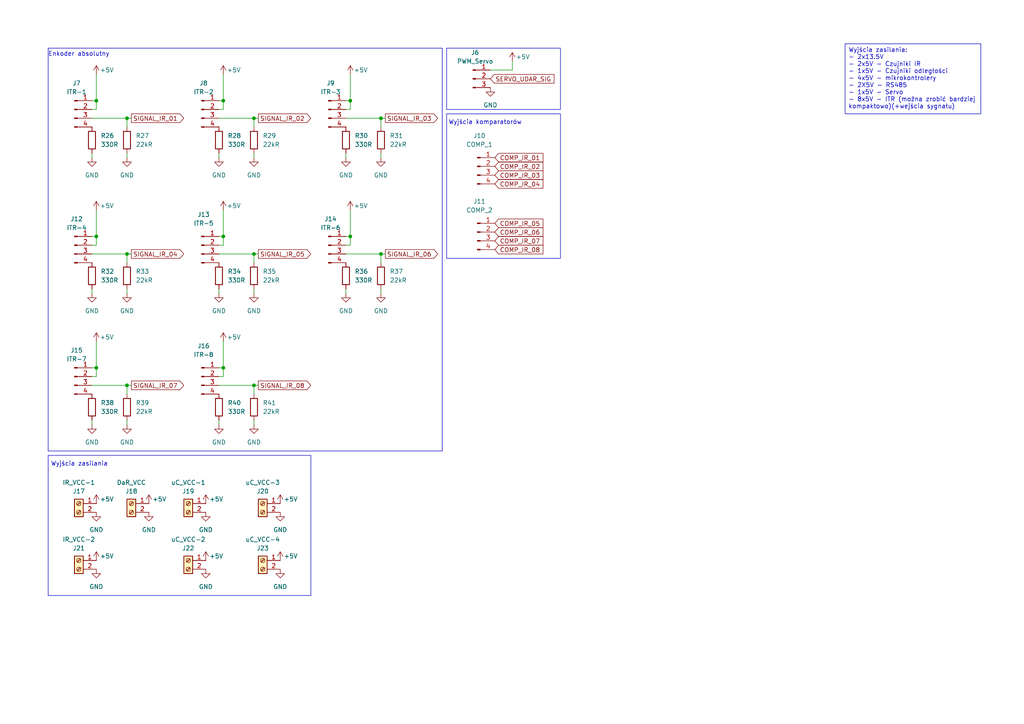
<source format=kicad_sch>
(kicad_sch (version 20231120) (generator "eeschema") (generator_version "8.0")
  (paper "A4")
  (lib_symbols
    (symbol "Connector:Conn_01x03_Pin" (pin_names (offset 1.016) hide)
      (property "Reference" "J" (at 0 5.08 0))
      (property "Value" "Conn_01x03_Pin" (at 0 -5.08 0))
      (symbol "Conn_01x03_Pin_1_1"
        (polyline (pts (xy 1.27 -2.54) (xy 0.8636 -2.54)) (stroke (width 0.1524)))
        (polyline (pts (xy 1.27 0) (xy 0.8636 0)) (stroke (width 0.1524)))
        (polyline (pts (xy 1.27 2.54) (xy 0.8636 2.54)) (stroke (width 0.1524)))
        (rectangle (start 0.8636 -2.413) (end 0 -2.667) (stroke (width 0.1524)) (fill (type outline)))
        (rectangle (start 0.8636 0.127) (end 0 -0.127) (stroke (width 0.1524)) (fill (type outline)))
        (rectangle (start 0.8636 2.667) (end 0 2.413) (stroke (width 0.1524)) (fill (type outline)))
        (pin passive line (at 5.08 2.54 180) (length 3.81) (name "Pin_1") (number "1"))
        (pin passive line (at 5.08 0 180) (length 3.81) (name "Pin_2") (number "2"))
        (pin passive line (at 5.08 -2.54 180) (length 3.81) (name "Pin_3") (number "3"))
      )
    )
    (symbol "Connector:Conn_01x04_Pin" (pin_names (offset 1.016) hide)
      (property "Reference" "J" (at 0 5.08 0))
      (property "Value" "Conn_01x04_Pin" (at 0 -7.62 0))
      (symbol "Conn_01x04_Pin_1_1"
        (polyline (pts (xy 1.27 -5.08) (xy 0.8636 -5.08)) (stroke (width 0.1524)))
        (polyline (pts (xy 1.27 -2.54) (xy 0.8636 -2.54)) (stroke (width 0.1524)))
        (polyline (pts (xy 1.27 0) (xy 0.8636 0)) (stroke (width 0.1524)))
        (polyline (pts (xy 1.27 2.54) (xy 0.8636 2.54)) (stroke (width 0.1524)))
        (rectangle (start 0.8636 -4.953) (end 0 -5.207) (stroke (width 0.1524)) (fill (type outline)))
        (rectangle (start 0.8636 -2.413) (end 0 -2.667) (stroke (width 0.1524)) (fill (type outline)))
        (rectangle (start 0.8636 0.127) (end 0 -0.127) (stroke (width 0.1524)) (fill (type outline)))
        (rectangle (start 0.8636 2.667) (end 0 2.413) (stroke (width 0.1524)) (fill (type outline)))
        (pin passive line (at 5.08 2.54 180) (length 3.81) (name "Pin_1") (number "1"))
        (pin passive line (at 5.08 0 180) (length 3.81) (name "Pin_2") (number "2"))
        (pin passive line (at 5.08 -2.54 180) (length 3.81) (name "Pin_3") (number "3"))
        (pin passive line (at 5.08 -5.08 180) (length 3.81) (name "Pin_4") (number "4"))
      )
    )
    (symbol "Connector:Screw_Terminal_01x02" (pin_names (offset 1.016) hide)
      (property "Reference" "J" (at 0 2.54 0))
      (property "Value" "Screw_Terminal_01x02" (at 0 -5.08 0))
      (symbol "Screw_Terminal_01x02_1_1"
        (rectangle (start -1.27 1.27) (end 1.27 -3.81) (stroke (width 0.254)) (fill (type background)))
        (circle (center 0 -2.54) (radius 0.635) (stroke (width 0.1524)))
        (polyline (pts (xy -0.5334 -2.2098) (xy 0.3302 -3.048)) (stroke (width 0.1524)))
        (polyline (pts (xy -0.5334 0.3302) (xy 0.3302 -0.508)) (stroke (width 0.1524)))
        (polyline (pts (xy -0.3556 -2.032) (xy 0.508 -2.8702)) (stroke (width 0.1524)))
        (polyline (pts (xy -0.3556 0.508) (xy 0.508 -0.3302)) (stroke (width 0.1524)))
        (circle (center 0 0) (radius 0.635) (stroke (width 0.1524)))
        (pin passive line (at -5.08 0 0) (length 3.81) (name "Pin_1") (number "1"))
        (pin passive line (at -5.08 -2.54 0) (length 3.81) (name "Pin_2") (number "2"))
      )
    )
    (symbol "Device:R" (pin_numbers hide) (pin_names (offset 0))
      (property "Reference" "R" (at 2.032 0 90))
      (property "Value" "R" (at 0 0 90))
      (symbol "R_0_1"
        (rectangle (start -1.016 -2.54) (end 1.016 2.54) (stroke (width 0.254)))
      )
      (symbol "R_1_1"
        (pin passive line (at 0 3.81 270) (length 1.27) (name "~") (number "1"))
        (pin passive line (at 0 -3.81 90) (length 1.27) (name "~") (number "2"))
      )
    )
    (symbol "power:+5V" (power) (pin_numbers hide) (pin_names (offset 0) hide)
      (property "Value" "+5V" (at 0 3.556 0))
      (symbol "+5V_0_1"
        (polyline (pts (xy -0.762 1.27) (xy 0 2.54)))
        (polyline (pts (xy 0 0) (xy 0 2.54)))
        (polyline (pts (xy 0 2.54) (xy 0.762 1.27)))
      )
      (symbol "+5V_1_1"
        (pin power_in line (at 0 0 90) (length 0) (name "~") (number "1"))
      )
    )
    (symbol "power:GND" (power) (pin_names (offset 0))
      (property "Value" "GND" (at 0 -3.81 0))
      (symbol "GND_0_1"
        (polyline (pts (xy 0 0) (xy 0 -1.27) (xy 1.27 -1.27) (xy 0 -2.54) (xy -1.27 -1.27) (xy 0 -1.27)))
      )
      (symbol "GND_1_1"
        (pin power_in line (at 0 0 270) (length 0) hide (name "GND") (number "1"))
      )
    )
  )
  (junction (at 27.94 29.21))
  (junction (at 73.66 73.66))
  (junction (at 36.83 34.29))
  (junction (at 101.6 29.21))
  (junction (at 27.94 68.58))
  (junction (at 64.77 106.68))
  (junction (at 73.66 111.76))
  (junction (at 73.66 34.29))
  (junction (at 64.77 68.58))
  (junction (at 64.77 29.21))
  (junction (at 110.49 73.66))
  (junction (at 36.83 111.76))
  (junction (at 110.49 34.29))
  (junction (at 27.94 106.68))
  (junction (at 101.6 68.58))
  (junction (at 36.83 73.66))
  (wire (pts (xy 63.5 109.22) (xy 64.77 109.22)))
  (wire (pts (xy 73.66 83.82) (xy 73.66 85.09)))
  (wire (pts (xy 73.66 34.29) (xy 73.66 36.83)))
  (wire (pts (xy 26.67 31.75) (xy 27.94 31.75)))
  (wire (pts (xy 73.66 44.45) (xy 73.66 45.72)))
  (wire (pts (xy 63.5 29.21) (xy 64.77 29.21)))
  (wire (pts (xy 36.83 73.66) (xy 36.83 76.2)))
  (wire (pts (xy 101.6 31.75) (xy 101.6 29.21)))
  (wire (pts (xy 148.59 17.78) (xy 148.59 20.32)))
  (wire (pts (xy 63.5 121.92) (xy 63.5 123.19)))
  (wire (pts (xy 100.33 31.75) (xy 101.6 31.75)))
  (wire (pts (xy 63.5 71.12) (xy 64.77 71.12)))
  (wire (pts (xy 110.49 83.82) (xy 110.49 85.09)))
  (wire (pts (xy 36.83 34.29) (xy 36.83 36.83)))
  (wire (pts (xy 63.5 31.75) (xy 64.77 31.75)))
  (wire (pts (xy 73.66 73.66) (xy 63.5 73.66)))
  (wire (pts (xy 73.66 111.76) (xy 63.5 111.76)))
  (wire (pts (xy 36.83 73.66) (xy 26.67 73.66)))
  (wire (pts (xy 27.94 106.68) (xy 27.94 99.06)))
  (wire (pts (xy 110.49 73.66) (xy 110.49 76.2)))
  (wire (pts (xy 26.67 109.22) (xy 27.94 109.22)))
  (wire (pts (xy 73.66 111.76) (xy 74.93 111.76)))
  (wire (pts (xy 36.83 111.76) (xy 26.67 111.76)))
  (wire (pts (xy 110.49 34.29) (xy 100.33 34.29)))
  (wire (pts (xy 36.83 121.92) (xy 36.83 123.19)))
  (wire (pts (xy 36.83 34.29) (xy 38.1 34.29)))
  (wire (pts (xy 27.94 68.58) (xy 27.94 60.96)))
  (wire (pts (xy 110.49 34.29) (xy 110.49 36.83)))
  (wire (pts (xy 100.33 44.45) (xy 100.33 45.72)))
  (wire (pts (xy 100.33 29.21) (xy 101.6 29.21)))
  (wire (pts (xy 73.66 73.66) (xy 73.66 76.2)))
  (wire (pts (xy 64.77 109.22) (xy 64.77 106.68)))
  (wire (pts (xy 63.5 106.68) (xy 64.77 106.68)))
  (wire (pts (xy 64.77 29.21) (xy 64.77 21.59)))
  (wire (pts (xy 36.83 111.76) (xy 38.1 111.76)))
  (wire (pts (xy 36.83 34.29) (xy 26.67 34.29)))
  (wire (pts (xy 110.49 73.66) (xy 111.76 73.66)))
  (wire (pts (xy 27.94 29.21) (xy 27.94 21.59)))
  (wire (pts (xy 36.83 73.66) (xy 38.1 73.66)))
  (wire (pts (xy 73.66 34.29) (xy 63.5 34.29)))
  (wire (pts (xy 101.6 29.21) (xy 101.6 21.59)))
  (wire (pts (xy 64.77 68.58) (xy 64.77 71.12)))
  (wire (pts (xy 26.67 68.58) (xy 27.94 68.58)))
  (wire (pts (xy 110.49 34.29) (xy 111.76 34.29)))
  (wire (pts (xy 64.77 106.68) (xy 64.77 99.06)))
  (wire (pts (xy 63.5 83.82) (xy 63.5 85.09)))
  (wire (pts (xy 64.77 31.75) (xy 64.77 29.21)))
  (wire (pts (xy 27.94 31.75) (xy 27.94 29.21)))
  (wire (pts (xy 101.6 71.12) (xy 101.6 68.58)))
  (wire (pts (xy 100.33 71.12) (xy 101.6 71.12)))
  (wire (pts (xy 26.67 106.68) (xy 27.94 106.68)))
  (wire (pts (xy 63.5 44.45) (xy 63.5 45.72)))
  (wire (pts (xy 110.49 73.66) (xy 100.33 73.66)))
  (wire (pts (xy 36.83 111.76) (xy 36.83 114.3)))
  (wire (pts (xy 63.5 68.58) (xy 64.77 68.58)))
  (wire (pts (xy 26.67 29.21) (xy 27.94 29.21)))
  (wire (pts (xy 148.59 20.32) (xy 142.24 20.32)))
  (wire (pts (xy 27.94 71.12) (xy 27.94 68.58)))
  (wire (pts (xy 36.83 83.82) (xy 36.83 85.09)))
  (wire (pts (xy 27.94 109.22) (xy 27.94 106.68)))
  (wire (pts (xy 26.67 83.82) (xy 26.67 85.09)))
  (wire (pts (xy 100.33 68.58) (xy 101.6 68.58)))
  (wire (pts (xy 26.67 121.92) (xy 26.67 123.19)))
  (wire (pts (xy 73.66 111.76) (xy 73.66 114.3)))
  (wire (pts (xy 73.66 73.66) (xy 74.93 73.66)))
  (wire (pts (xy 73.66 34.29) (xy 74.93 34.29)))
  (wire (pts (xy 64.77 60.96) (xy 64.77 68.58)))
  (wire (pts (xy 26.67 71.12) (xy 27.94 71.12)))
  (wire (pts (xy 36.83 44.45) (xy 36.83 45.72)))
  (wire (pts (xy 26.67 44.45) (xy 26.67 45.72)))
  (wire (pts (xy 110.49 44.45) (xy 110.49 45.72)))
  (wire (pts (xy 101.6 68.58) (xy 101.6 60.96)))
  (wire (pts (xy 100.33 83.82) (xy 100.33 85.09)))
  (wire (pts (xy 73.66 121.92) (xy 73.66 123.19)))
  (rectangle (start 129.54 13.97) (end 162.56 31.75))
  (rectangle (start 129.54 33.02) (end 162.56 74.93))
  (rectangle (start 13.97 13.97) (end 128.27 130.81))
  (rectangle (start 13.97 132.08) (end 90.17 172.72))
  (text_box "Wyjścia zasilania:\n- 2x13.5V\n- 2x5V - Czujniki IR\n- 1x5V - Czujniki odległości\n- 4x5V - mikrokontrolery\n- 2X5V - RS485\n- 1x5V - Servo\n- 8x5V - ITR (można zrobić bardziej kompaktowo)(+wejścia sygnału)\n" (at 245.11 12.7 0) (size 39.37 20.32) (effects (font (size 1.27 1.27)) (justify left top)))
  (text "Wyjścia zasilania" (at 14.732 135.382 0) (effects (font (size 1.27 1.27)) (justify left bottom)))
  (text "Wyjścia komparatorów" (at 140.716 35.56 0) (effects (font (size 1.27 1.27))))
  (text "Enkoder absolutny" (at 13.97 16.51 0) (effects (font (size 1.27 1.27)) (justify left bottom)))
  (global_label "COMP_IR_05" (shape input) (at 143.51 64.77 0) (property "Intersheetrefs" "${INTERSHEET_REFS}" (effects (hide yes))))
  (global_label "COMP_IR_08" (shape input) (at 143.51 72.39 0) (property "Intersheetrefs" "${INTERSHEET_REFS}" (effects (hide yes))))
  (global_label "COMP_IR_03" (shape input) (at 143.51 50.8 0) (property "Intersheetrefs" "${INTERSHEET_REFS}" (effects (hide yes))))
  (global_label "SIGNAL_IR_08" (shape output) (at 74.93 111.76 0) (property "Intersheetrefs" "${INTERSHEET_REFS}" (effects (hide yes))))
  (global_label "COMP_IR_04" (shape input) (at 143.51 53.34 0) (property "Intersheetrefs" "${INTERSHEET_REFS}" (effects (hide yes))))
  (global_label "SIGNAL_IR_04" (shape output) (at 38.1 73.66 0) (property "Intersheetrefs" "${INTERSHEET_REFS}" (effects (hide yes))))
  (global_label "SIGNAL_IR_03" (shape output) (at 111.76 34.29 0) (property "Intersheetrefs" "${INTERSHEET_REFS}" (effects (hide yes))))
  (global_label "SERVO_UDAR_SIG" (shape input) (at 142.24 22.86 0) (property "Intersheetrefs" "${INTERSHEET_REFS}" (effects (hide yes))))
  (global_label "SIGNAL_IR_05" (shape output) (at 74.93 73.66 0) (property "Intersheetrefs" "${INTERSHEET_REFS}" (effects (hide yes))))
  (global_label "SIGNAL_IR_02" (shape output) (at 74.93 34.29 0) (property "Intersheetrefs" "${INTERSHEET_REFS}" (effects (hide yes))))
  (global_label "COMP_IR_06" (shape input) (at 143.51 67.31 0) (property "Intersheetrefs" "${INTERSHEET_REFS}" (effects (hide yes))))
  (global_label "COMP_IR_02" (shape input) (at 143.51 48.26 0) (property "Intersheetrefs" "${INTERSHEET_REFS}" (effects (hide yes))))
  (global_label "SIGNAL_IR_01" (shape output) (at 38.1 34.29 0) (property "Intersheetrefs" "${INTERSHEET_REFS}" (effects (hide yes))))
  (global_label "COMP_IR_01" (shape input) (at 143.51 45.72 0) (property "Intersheetrefs" "${INTERSHEET_REFS}" (effects (hide yes))))
  (global_label "COMP_IR_07" (shape input) (at 143.51 69.85 0) (property "Intersheetrefs" "${INTERSHEET_REFS}" (effects (hide yes))))
  (global_label "SIGNAL_IR_07" (shape output) (at 38.1 111.76 0) (property "Intersheetrefs" "${INTERSHEET_REFS}" (effects (hide yes))))
  (global_label "SIGNAL_IR_06" (shape output) (at 111.76 73.66 0) (property "Intersheetrefs" "${INTERSHEET_REFS}" (effects (hide yes))))
  (symbol (lib_id "power:+5V") (at 148.59 17.78 0) (unit 1)
    (property "Reference" "#PWR038" (effects (hide yes)))
    (property "Value" "+5V" (at 151.638 16.51 0))
    (property "Description" "Power symbol creates a global label with name \"+5V\"" (effects (hide yes)))
  )
  (symbol (lib_id "power:GND") (at 110.49 45.72 0) (unit 1)
    (property "Reference" "#PWR048" (effects (hide yes)))
    (property "Value" "GND" (at 110.49 50.8 0))
  )
  (symbol (lib_id "Connector:Screw_Terminal_01x02") (at 54.61 146.05 0) (mirror y) (unit 1)
    (property "Reference" "J19" (at 54.61 142.494 0))
    (property "Value" "uC_VCC-1" (at 54.61 139.954 0))
    (property "Footprint" "User_defined_footprints:ARK 01x02 5mm" (effects (hide yes)))
    (property "Description" "Generic screw terminal, single row, 01x02, script generated (kicad-library-utils/schlib/autogen/connector/)" (effects (hide yes)))
  )
  (symbol (lib_id "power:GND") (at 26.67 45.72 0) (unit 1)
    (property "Reference" "#PWR043" (effects (hide yes)))
    (property "Value" "GND" (at 26.67 50.8 0))
  )
  (symbol (lib_id "power:GND") (at 63.5 85.09 0) (unit 1)
    (property "Reference" "#PWR054" (effects (hide yes)))
    (property "Value" "GND" (at 63.5 90.17 0))
  )
  (symbol (lib_id "Device:R") (at 26.67 118.11 0) (unit 1)
    (property "Reference" "R38" (at 29.21 116.84 0) (effects (justify left)))
    (property "Value" "330R" (at 29.21 119.38 0) (effects (justify left)))
    (property "Footprint" "Resistor_SMD:R_0603_1608Metric_Pad0.98x0.95mm_HandSolder" (effects (hide yes)))
  )
  (symbol (lib_id "Connector:Conn_01x04_Pin") (at 138.43 48.26 0) (unit 1)
    (property "Reference" "J10" (at 139.065 39.37 0))
    (property "Value" "COMP_1" (at 139.065 41.91 0))
    (property "Footprint" "Connector_Molex:Molex_SPOX_5267-04A_1x04_P2.50mm_Vertical" (effects (hide yes)))
    (property "Description" "Generic connector, single row, 01x04, script generated" (effects (hide yes)))
  )
  (symbol (lib_id "power:GND") (at 43.18 148.59 0) (unit 1)
    (property "Reference" "#PWR069" (effects (hide yes)))
    (property "Value" "GND" (at 43.18 153.67 0))
  )
  (symbol (lib_id "Device:R") (at 110.49 40.64 0) (unit 1)
    (property "Reference" "R31" (at 113.03 39.37 0) (effects (justify left)))
    (property "Value" "22kR" (at 113.03 41.91 0) (effects (justify left)))
    (property "Footprint" "Resistor_SMD:R_0603_1608Metric_Pad0.98x0.95mm_HandSolder" (effects (hide yes)))
  )
  (symbol (lib_id "Device:R") (at 73.66 118.11 0) (unit 1)
    (property "Reference" "R41" (at 76.2 116.84 0) (effects (justify left)))
    (property "Value" "22kR" (at 76.2 119.38 0) (effects (justify left)))
    (property "Footprint" "Resistor_SMD:R_0603_1608Metric_Pad0.98x0.95mm_HandSolder" (effects (hide yes)))
  )
  (symbol (lib_id "power:+5V") (at 81.28 146.05 0) (unit 1)
    (property "Reference" "#PWR067" (effects (hide yes)))
    (property "Value" "+5V" (at 84.328 144.78 0))
    (property "Description" "Power symbol creates a global label with name \"+5V\"" (effects (hide yes)))
  )
  (symbol (lib_id "power:+5V") (at 27.94 99.06 0) (unit 1)
    (property "Reference" "#PWR058" (effects (hide yes)))
    (property "Value" "+5V" (at 30.988 97.79 0))
    (property "Description" "Power symbol creates a global label with name \"+5V\"" (effects (hide yes)))
  )
  (symbol (lib_id "power:GND") (at 142.24 25.4 0) (unit 1)
    (property "Reference" "#PWR042" (effects (hide yes)))
    (property "Value" "GND" (at 142.24 30.48 0))
  )
  (symbol (lib_id "power:+5V") (at 81.28 162.56 0) (unit 1)
    (property "Reference" "#PWR074" (effects (hide yes)))
    (property "Value" "+5V" (at 84.328 161.29 0))
    (property "Description" "Power symbol creates a global label with name \"+5V\"" (effects (hide yes)))
  )
  (symbol (lib_id "Device:R") (at 100.33 40.64 0) (unit 1)
    (property "Reference" "R30" (at 102.87 39.37 0) (effects (justify left)))
    (property "Value" "330R" (at 102.87 41.91 0) (effects (justify left)))
    (property "Footprint" "Resistor_SMD:R_0603_1608Metric_Pad0.98x0.95mm_HandSolder" (effects (hide yes)))
  )
  (symbol (lib_id "Device:R") (at 36.83 80.01 0) (unit 1)
    (property "Reference" "R33" (at 39.37 78.74 0) (effects (justify left)))
    (property "Value" "22kR" (at 39.37 81.28 0) (effects (justify left)))
    (property "Footprint" "Resistor_SMD:R_0603_1608Metric_Pad0.98x0.95mm_HandSolder" (effects (hide yes)))
  )
  (symbol (lib_id "Device:R") (at 26.67 80.01 0) (unit 1)
    (property "Reference" "R32" (at 29.21 78.74 0) (effects (justify left)))
    (property "Value" "330R" (at 29.21 81.28 0) (effects (justify left)))
    (property "Footprint" "Resistor_SMD:R_0603_1608Metric_Pad0.98x0.95mm_HandSolder" (effects (hide yes)))
  )
  (symbol (lib_id "Device:R") (at 63.5 118.11 0) (unit 1)
    (property "Reference" "R40" (at 66.04 116.84 0) (effects (justify left)))
    (property "Value" "330R" (at 66.04 119.38 0) (effects (justify left)))
    (property "Footprint" "Resistor_SMD:R_0603_1608Metric_Pad0.98x0.95mm_HandSolder" (effects (hide yes)))
  )
  (symbol (lib_id "Connector:Conn_01x04_Pin") (at 21.59 109.22 0) (unit 1)
    (property "Reference" "J15" (at 22.225 101.6 0))
    (property "Value" "ITR-7" (at 22.225 104.14 0))
    (property "Footprint" "Connector_Molex:Molex_SPOX_5267-04A_1x04_P2.50mm_Vertical" (effects (hide yes)))
    (property "Description" "Generic connector, single row, 01x04, script generated" (effects (hide yes)))
  )
  (symbol (lib_id "power:GND") (at 27.94 165.1 0) (unit 1)
    (property "Reference" "#PWR075" (effects (hide yes)))
    (property "Value" "GND" (at 27.94 170.18 0))
  )
  (symbol (lib_id "Connector:Conn_01x04_Pin") (at 58.42 31.75 0) (unit 1)
    (property "Reference" "J8" (at 59.055 24.13 0))
    (property "Value" "ITR-2" (at 59.055 26.67 0))
    (property "Footprint" "Connector_Molex:Molex_SPOX_5267-04A_1x04_P2.50mm_Vertical" (effects (hide yes)))
    (property "Description" "Generic connector, single row, 01x04, script generated" (effects (hide yes)))
  )
  (symbol (lib_id "power:GND") (at 110.49 85.09 0) (unit 1)
    (property "Reference" "#PWR057" (effects (hide yes)))
    (property "Value" "GND" (at 110.49 90.17 0))
  )
  (symbol (lib_id "Connector:Screw_Terminal_01x02") (at 54.61 162.56 0) (mirror y) (unit 1)
    (property "Reference" "J22" (at 54.61 159.004 0))
    (property "Value" "uC_VCC-2" (at 54.61 156.464 0))
    (property "Footprint" "User_defined_footprints:ARK 01x02 5mm" (effects (hide yes)))
    (property "Description" "Generic screw terminal, single row, 01x02, script generated (kicad-library-utils/schlib/autogen/connector/)" (effects (hide yes)))
  )
  (symbol (lib_id "power:GND") (at 81.28 148.59 0) (unit 1)
    (property "Reference" "#PWR071" (effects (hide yes)))
    (property "Value" "GND" (at 81.28 153.67 0))
  )
  (symbol (lib_id "Connector:Conn_01x04_Pin") (at 21.59 31.75 0) (unit 1)
    (property "Reference" "J7" (at 22.225 24.13 0))
    (property "Value" "ITR-1" (at 22.225 26.67 0))
    (property "Footprint" "Connector_Molex:Molex_SPOX_5267-04A_1x04_P2.50mm_Vertical" (effects (hide yes)))
    (property "Description" "Generic connector, single row, 01x04, script generated" (effects (hide yes)))
  )
  (symbol (lib_id "Device:R") (at 110.49 80.01 0) (unit 1)
    (property "Reference" "R37" (at 113.03 78.74 0) (effects (justify left)))
    (property "Value" "22kR" (at 113.03 81.28 0) (effects (justify left)))
    (property "Footprint" "Resistor_SMD:R_0603_1608Metric_Pad0.98x0.95mm_HandSolder" (effects (hide yes)))
  )
  (symbol (lib_id "Device:R") (at 36.83 118.11 0) (unit 1)
    (property "Reference" "R39" (at 39.37 116.84 0) (effects (justify left)))
    (property "Value" "22kR" (at 39.37 119.38 0) (effects (justify left)))
    (property "Footprint" "Resistor_SMD:R_0603_1608Metric_Pad0.98x0.95mm_HandSolder" (effects (hide yes)))
  )
  (symbol (lib_id "Device:R") (at 73.66 80.01 0) (unit 1)
    (property "Reference" "R35" (at 76.2 78.74 0) (effects (justify left)))
    (property "Value" "22kR" (at 76.2 81.28 0) (effects (justify left)))
    (property "Footprint" "Resistor_SMD:R_0603_1608Metric_Pad0.98x0.95mm_HandSolder" (effects (hide yes)))
  )
  (symbol (lib_id "power:GND") (at 100.33 45.72 0) (unit 1)
    (property "Reference" "#PWR047" (effects (hide yes)))
    (property "Value" "GND" (at 100.33 50.8 0))
  )
  (symbol (lib_id "power:GND") (at 100.33 85.09 0) (unit 1)
    (property "Reference" "#PWR056" (effects (hide yes)))
    (property "Value" "GND" (at 100.33 90.17 0))
  )
  (symbol (lib_id "power:+5V") (at 27.94 146.05 0) (unit 1)
    (property "Reference" "#PWR064" (effects (hide yes)))
    (property "Value" "+5V" (at 30.988 144.78 0))
    (property "Description" "Power symbol creates a global label with name \"+5V\"" (effects (hide yes)))
  )
  (symbol (lib_id "power:+5V") (at 43.18 146.05 0) (unit 1)
    (property "Reference" "#PWR065" (effects (hide yes)))
    (property "Value" "+5V" (at 46.228 144.78 0))
    (property "Description" "Power symbol creates a global label with name \"+5V\"" (effects (hide yes)))
  )
  (symbol (lib_id "Device:R") (at 63.5 40.64 0) (unit 1)
    (property "Reference" "R28" (at 66.04 39.37 0) (effects (justify left)))
    (property "Value" "330R" (at 66.04 41.91 0) (effects (justify left)))
    (property "Footprint" "Resistor_SMD:R_0603_1608Metric_Pad0.98x0.95mm_HandSolder" (effects (hide yes)))
  )
  (symbol (lib_id "Device:R") (at 36.83 40.64 0) (unit 1)
    (property "Reference" "R27" (at 39.37 39.37 0) (effects (justify left)))
    (property "Value" "22kR" (at 39.37 41.91 0) (effects (justify left)))
    (property "Footprint" "Resistor_SMD:R_0603_1608Metric_Pad0.98x0.95mm_HandSolder" (effects (hide yes)))
  )
  (symbol (lib_id "power:GND") (at 36.83 85.09 0) (unit 1)
    (property "Reference" "#PWR053" (effects (hide yes)))
    (property "Value" "GND" (at 36.83 90.17 0))
  )
  (symbol (lib_id "Device:R") (at 100.33 80.01 0) (unit 1)
    (property "Reference" "R36" (at 102.87 78.74 0) (effects (justify left)))
    (property "Value" "330R" (at 102.87 81.28 0) (effects (justify left)))
    (property "Footprint" "Resistor_SMD:R_0603_1608Metric_Pad0.98x0.95mm_HandSolder" (effects (hide yes)))
  )
  (symbol (lib_id "Connector:Conn_01x04_Pin") (at 21.59 71.12 0) (unit 1)
    (property "Reference" "J12" (at 22.225 63.5 0))
    (property "Value" "ITR-4" (at 22.225 66.04 0))
    (property "Footprint" "Connector_Molex:Molex_SPOX_5267-04A_1x04_P2.50mm_Vertical" (effects (hide yes)))
    (property "Description" "Generic connector, single row, 01x04, script generated" (effects (hide yes)))
  )
  (symbol (lib_id "Connector:Conn_01x04_Pin") (at 95.25 71.12 0) (unit 1)
    (property "Reference" "J14" (at 95.885 63.5 0))
    (property "Value" "ITR-6" (at 95.885 66.04 0))
    (property "Footprint" "Connector_Molex:Molex_SPOX_5267-04A_1x04_P2.50mm_Vertical" (effects (hide yes)))
    (property "Description" "Generic connector, single row, 01x04, script generated" (effects (hide yes)))
  )
  (symbol (lib_id "Connector:Conn_01x03_Pin") (at 137.16 22.86 0) (unit 1)
    (property "Reference" "J6" (at 137.795 15.24 0))
    (property "Value" "PWM_Servo" (at 137.795 17.78 0))
    (property "Footprint" "Connector_PinHeader_2.54mm:PinHeader_1x03_P2.54mm_Vertical" (effects (hide yes)))
    (property "Description" "Generic connector, single row, 01x03, script generated" (effects (hide yes)))
  )
  (symbol (lib_id "power:+5V") (at 101.6 21.59 0) (unit 1)
    (property "Reference" "#PWR041" (effects (hide yes)))
    (property "Value" "+5V" (at 104.648 20.32 0))
    (property "Description" "Power symbol creates a global label with name \"+5V\"" (effects (hide yes)))
  )
  (symbol (lib_id "power:GND") (at 36.83 45.72 0) (unit 1)
    (property "Reference" "#PWR044" (effects (hide yes)))
    (property "Value" "GND" (at 36.83 50.8 0))
  )
  (symbol (lib_id "power:GND") (at 73.66 123.19 0) (unit 1)
    (property "Reference" "#PWR063" (effects (hide yes)))
    (property "Value" "GND" (at 73.66 128.27 0))
  )
  (symbol (lib_id "power:GND") (at 73.66 85.09 0) (unit 1)
    (property "Reference" "#PWR055" (effects (hide yes)))
    (property "Value" "GND" (at 73.66 90.17 0))
  )
  (symbol (lib_id "Connector:Conn_01x04_Pin") (at 95.25 31.75 0) (unit 1)
    (property "Reference" "J9" (at 95.885 24.13 0))
    (property "Value" "ITR-3" (at 95.885 26.67 0))
    (property "Footprint" "Connector_Molex:Molex_SPOX_5267-04A_1x04_P2.50mm_Vertical" (effects (hide yes)))
    (property "Description" "Generic connector, single row, 01x04, script generated" (effects (hide yes)))
  )
  (symbol (lib_id "power:+5V") (at 27.94 21.59 0) (unit 1)
    (property "Reference" "#PWR039" (effects (hide yes)))
    (property "Value" "+5V" (at 30.988 20.32 0))
    (property "Description" "Power symbol creates a global label with name \"+5V\"" (effects (hide yes)))
  )
  (symbol (lib_id "power:+5V") (at 59.69 146.05 0) (unit 1)
    (property "Reference" "#PWR066" (effects (hide yes)))
    (property "Value" "+5V" (at 62.738 144.78 0))
    (property "Description" "Power symbol creates a global label with name \"+5V\"" (effects (hide yes)))
  )
  (symbol (lib_id "power:GND") (at 81.28 165.1 0) (unit 1)
    (property "Reference" "#PWR077" (effects (hide yes)))
    (property "Value" "GND" (at 81.28 170.18 0))
  )
  (symbol (lib_id "power:+5V") (at 64.77 99.06 0) (unit 1)
    (property "Reference" "#PWR059" (effects (hide yes)))
    (property "Value" "+5V" (at 67.818 97.79 0))
    (property "Description" "Power symbol creates a global label with name \"+5V\"" (effects (hide yes)))
  )
  (symbol (lib_id "Connector:Screw_Terminal_01x02") (at 38.1 146.05 0) (mirror y) (unit 1)
    (property "Reference" "J18" (at 38.1 142.494 0))
    (property "Value" "DaR_VCC" (at 38.1 139.954 0))
    (property "Footprint" "User_defined_footprints:ARK 01x02 5mm" (effects (hide yes)))
    (property "Description" "Generic screw terminal, single row, 01x02, script generated (kicad-library-utils/schlib/autogen/connector/)" (effects (hide yes)))
  )
  (symbol (lib_id "power:+5V") (at 101.6 60.96 0) (unit 1)
    (property "Reference" "#PWR051" (effects (hide yes)))
    (property "Value" "+5V" (at 104.648 59.69 0))
    (property "Description" "Power symbol creates a global label with name \"+5V\"" (effects (hide yes)))
  )
  (symbol (lib_id "power:GND") (at 36.83 123.19 0) (unit 1)
    (property "Reference" "#PWR061" (effects (hide yes)))
    (property "Value" "GND" (at 36.83 128.27 0))
  )
  (symbol (lib_id "Connector:Conn_01x04_Pin") (at 58.42 71.12 0) (unit 1)
    (property "Reference" "J13" (at 59.055 62.23 0))
    (property "Value" "ITR-5" (at 59.055 64.77 0))
    (property "Footprint" "Connector_Molex:Molex_SPOX_5267-04A_1x04_P2.50mm_Vertical" (effects (hide yes)))
    (property "Description" "Generic connector, single row, 01x04, script generated" (effects (hide yes)))
  )
  (symbol (lib_id "power:+5V") (at 59.69 162.56 0) (unit 1)
    (property "Reference" "#PWR073" (effects (hide yes)))
    (property "Value" "+5V" (at 62.738 161.29 0))
    (property "Description" "Power symbol creates a global label with name \"+5V\"" (effects (hide yes)))
  )
  (symbol (lib_id "Connector:Screw_Terminal_01x02") (at 22.86 162.56 0) (mirror y) (unit 1)
    (property "Reference" "J21" (at 22.86 159.004 0))
    (property "Value" "IR_VCC-2" (at 22.86 156.464 0))
    (property "Footprint" "User_defined_footprints:ARK 01x02 5mm" (effects (hide yes)))
    (property "Description" "Generic screw terminal, single row, 01x02, script generated (kicad-library-utils/schlib/autogen/connector/)" (effects (hide yes)))
  )
  (symbol (lib_id "power:GND") (at 73.66 45.72 0) (unit 1)
    (property "Reference" "#PWR046" (effects (hide yes)))
    (property "Value" "GND" (at 73.66 50.8 0))
  )
  (symbol (lib_id "power:GND") (at 63.5 123.19 0) (unit 1)
    (property "Reference" "#PWR062" (effects (hide yes)))
    (property "Value" "GND" (at 63.5 128.27 0))
  )
  (symbol (lib_id "Device:R") (at 26.67 40.64 0) (unit 1)
    (property "Reference" "R26" (at 29.21 39.37 0) (effects (justify left)))
    (property "Value" "330R" (at 29.21 41.91 0) (effects (justify left)))
    (property "Footprint" "Resistor_SMD:R_0603_1608Metric_Pad0.98x0.95mm_HandSolder" (effects (hide yes)))
  )
  (symbol (lib_id "power:+5V") (at 27.94 60.96 0) (unit 1)
    (property "Reference" "#PWR049" (effects (hide yes)))
    (property "Value" "+5V" (at 30.988 59.69 0))
    (property "Description" "Power symbol creates a global label with name \"+5V\"" (effects (hide yes)))
  )
  (symbol (lib_id "power:GND") (at 27.94 148.59 0) (unit 1)
    (property "Reference" "#PWR068" (effects (hide yes)))
    (property "Value" "GND" (at 27.94 153.67 0))
  )
  (symbol (lib_id "Connector:Conn_01x04_Pin") (at 58.42 109.22 0) (unit 1)
    (property "Reference" "J16" (at 59.055 100.33 0))
    (property "Value" "ITR-8" (at 59.055 102.87 0))
    (property "Footprint" "Connector_Molex:Molex_SPOX_5267-04A_1x04_P2.50mm_Vertical" (effects (hide yes)))
    (property "Description" "Generic connector, single row, 01x04, script generated" (effects (hide yes)))
  )
  (symbol (lib_id "Device:R") (at 63.5 80.01 0) (unit 1)
    (property "Reference" "R34" (at 66.04 78.74 0) (effects (justify left)))
    (property "Value" "330R" (at 66.04 81.28 0) (effects (justify left)))
    (property "Footprint" "Resistor_SMD:R_0603_1608Metric_Pad0.98x0.95mm_HandSolder" (effects (hide yes)))
  )
  (symbol (lib_id "power:+5V") (at 64.77 60.96 0) (unit 1)
    (property "Reference" "#PWR050" (effects (hide yes)))
    (property "Value" "+5V" (at 67.818 59.69 0))
    (property "Description" "Power symbol creates a global label with name \"+5V\"" (effects (hide yes)))
  )
  (symbol (lib_id "Device:R") (at 73.66 40.64 0) (unit 1)
    (property "Reference" "R29" (at 76.2 39.37 0) (effects (justify left)))
    (property "Value" "22kR" (at 76.2 41.91 0) (effects (justify left)))
    (property "Footprint" "Resistor_SMD:R_0603_1608Metric_Pad0.98x0.95mm_HandSolder" (effects (hide yes)))
  )
  (symbol (lib_id "power:GND") (at 63.5 45.72 0) (unit 1)
    (property "Reference" "#PWR045" (effects (hide yes)))
    (property "Value" "GND" (at 63.5 50.8 0))
  )
  (symbol (lib_id "power:GND") (at 59.69 165.1 0) (unit 1)
    (property "Reference" "#PWR076" (effects (hide yes)))
    (property "Value" "GND" (at 59.69 170.18 0))
  )
  (symbol (lib_id "power:+5V") (at 64.77 21.59 0) (unit 1)
    (property "Reference" "#PWR040" (effects (hide yes)))
    (property "Value" "+5V" (at 67.818 20.32 0))
    (property "Description" "Power symbol creates a global label with name \"+5V\"" (effects (hide yes)))
  )
  (symbol (lib_id "Connector:Conn_01x04_Pin") (at 138.43 67.31 0) (unit 1)
    (property "Reference" "J11" (at 139.065 58.42 0))
    (property "Value" "COMP_2" (at 139.065 60.96 0))
    (property "Footprint" "Connector_Molex:Molex_SPOX_5267-04A_1x04_P2.50mm_Vertical" (effects (hide yes)))
    (property "Description" "Generic connector, single row, 01x04, script generated" (effects (hide yes)))
  )
  (symbol (lib_id "power:+5V") (at 27.94 162.56 0) (unit 1)
    (property "Reference" "#PWR072" (effects (hide yes)))
    (property "Value" "+5V" (at 30.988 161.29 0))
    (property "Description" "Power symbol creates a global label with name \"+5V\"" (effects (hide yes)))
  )
  (symbol (lib_id "power:GND") (at 26.67 85.09 0) (unit 1)
    (property "Reference" "#PWR052" (effects (hide yes)))
    (property "Value" "GND" (at 26.67 90.17 0))
  )
  (symbol (lib_id "Connector:Screw_Terminal_01x02") (at 22.86 146.05 0) (mirror y) (unit 1)
    (property "Reference" "J17" (at 22.86 142.494 0))
    (property "Value" "IR_VCC-1" (at 22.86 139.954 0))
    (property "Footprint" "User_defined_footprints:ARK 01x02 5mm" (effects (hide yes)))
    (property "Description" "Generic screw terminal, single row, 01x02, script generated (kicad-library-utils/schlib/autogen/connector/)" (effects (hide yes)))
  )
  (symbol (lib_id "Connector:Screw_Terminal_01x02") (at 76.2 146.05 0) (mirror y) (unit 1)
    (property "Reference" "J20" (at 76.2 142.494 0))
    (property "Value" "uC_VCC-3" (at 76.2 139.954 0))
    (property "Footprint" "User_defined_footprints:ARK 01x02 5mm" (effects (hide yes)))
    (property "Description" "Generic screw terminal, single row, 01x02, script generated (kicad-library-utils/schlib/autogen/connector/)" (effects (hide yes)))
  )
  (symbol (lib_id "power:GND") (at 26.67 123.19 0) (unit 1)
    (property "Reference" "#PWR060" (effects (hide yes)))
    (property "Value" "GND" (at 26.67 128.27 0))
  )
  (symbol (lib_id "Connector:Screw_Terminal_01x02") (at 76.2 162.56 0) (mirror y) (unit 1)
    (property "Reference" "J23" (at 76.2 159.004 0))
    (property "Value" "uC_VCC-4" (at 76.2 156.464 0))
    (property "Footprint" "User_defined_footprints:ARK 01x02 5mm" (effects (hide yes)))
    (property "Description" "Generic screw terminal, single row, 01x02, script generated (kicad-library-utils/schlib/autogen/connector/)" (effects (hide yes)))
  )
  (symbol (lib_id "power:GND") (at 59.69 148.59 0) (unit 1)
    (property "Reference" "#PWR070" (effects (hide yes)))
    (property "Value" "GND" (at 59.69 153.67 0))
  )
)
</source>
